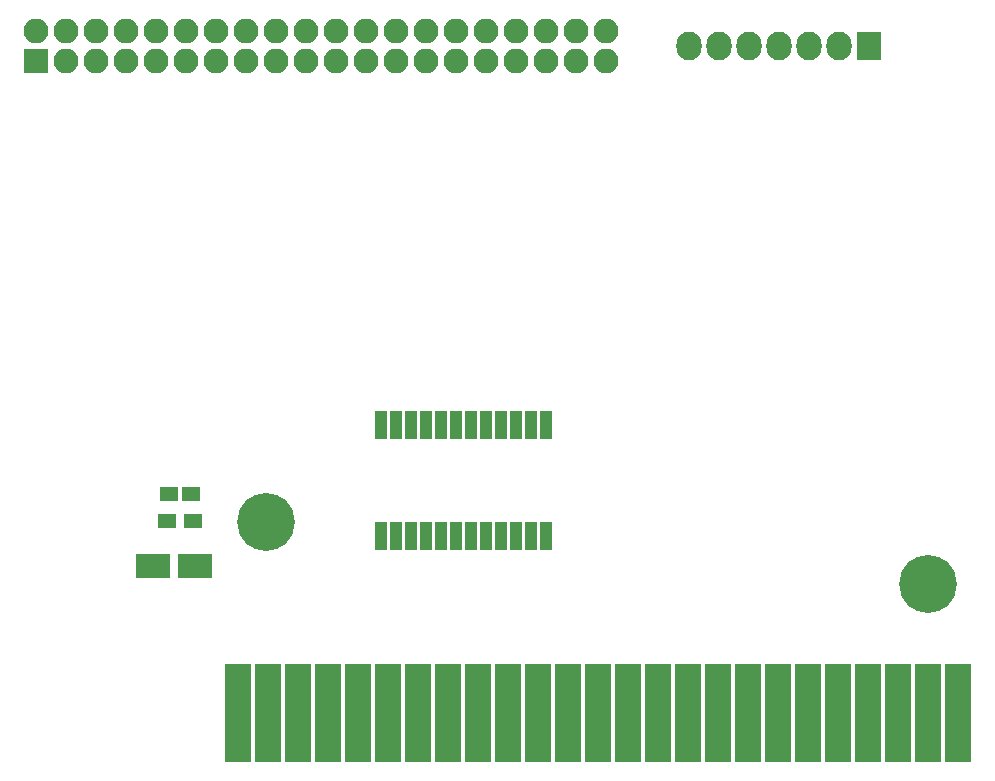
<source format=gbr>
G04 #@! TF.FileFunction,Soldermask,Bot*
%FSLAX46Y46*%
G04 Gerber Fmt 4.6, Leading zero omitted, Abs format (unit mm)*
G04 Created by KiCad (PCBNEW 4.0.7) date 09/11/18 07:06:58*
%MOMM*%
%LPD*%
G01*
G04 APERTURE LIST*
%ADD10C,0.100000*%
%ADD11R,1.600000X1.150000*%
%ADD12R,3.000000X2.000000*%
%ADD13R,1.600000X1.300000*%
%ADD14R,2.127200X2.432000*%
%ADD15O,2.127200X2.432000*%
%ADD16C,4.900000*%
%ADD17R,2.200000X8.400000*%
%ADD18R,1.000000X2.400000*%
%ADD19R,2.100000X2.100000*%
%ADD20O,2.100000X2.100000*%
G04 APERTURE END LIST*
D10*
D11*
X122997000Y-91313000D03*
X121097000Y-91313000D03*
D12*
X123339000Y-97409000D03*
X119739000Y-97409000D03*
D13*
X123147000Y-93599000D03*
X120947000Y-93599000D03*
D14*
X180340000Y-53340000D03*
D15*
X177800000Y-53340000D03*
X175260000Y-53340000D03*
X172720000Y-53340000D03*
X170180000Y-53340000D03*
X167640000Y-53340000D03*
X165100000Y-53340000D03*
D16*
X185333640Y-98897440D03*
D17*
X187949840Y-109827440D03*
X185409840Y-109827440D03*
X182869840Y-109827440D03*
X180329840Y-109827440D03*
X177789840Y-109827440D03*
X175249840Y-109827440D03*
X172709840Y-109827440D03*
X170169840Y-109827440D03*
X167629840Y-109827440D03*
X165089840Y-109827440D03*
X162549840Y-109827440D03*
X160009840Y-109827440D03*
X157469840Y-109827440D03*
X154929840Y-109827440D03*
X152389840Y-109827440D03*
X149849840Y-109827440D03*
X147309840Y-109827440D03*
X144769840Y-109827440D03*
X142229840Y-109827440D03*
X139689840Y-109827440D03*
X137149840Y-109827440D03*
X134609840Y-109827440D03*
X132069840Y-109827440D03*
X129529840Y-109827440D03*
X126989840Y-109827440D03*
D16*
X129334260Y-93695520D03*
D18*
X153035000Y-94870000D03*
X151765000Y-94870000D03*
X150495000Y-94870000D03*
X149225000Y-94870000D03*
X147955000Y-94870000D03*
X146685000Y-94870000D03*
X145415000Y-94870000D03*
X144145000Y-94870000D03*
X142875000Y-94870000D03*
X141605000Y-94870000D03*
X140335000Y-94870000D03*
X139065000Y-94870000D03*
X139065000Y-85470000D03*
X140335000Y-85470000D03*
X141605000Y-85470000D03*
X142875000Y-85470000D03*
X144145000Y-85470000D03*
X145415000Y-85470000D03*
X146685000Y-85470000D03*
X147955000Y-85470000D03*
X149225000Y-85470000D03*
X150495000Y-85470000D03*
X151765000Y-85470000D03*
X153035000Y-85470000D03*
D19*
X109855000Y-54610000D03*
D20*
X109855000Y-52070000D03*
X112395000Y-54610000D03*
X112395000Y-52070000D03*
X114935000Y-54610000D03*
X114935000Y-52070000D03*
X117475000Y-54610000D03*
X117475000Y-52070000D03*
X120015000Y-54610000D03*
X120015000Y-52070000D03*
X122555000Y-54610000D03*
X122555000Y-52070000D03*
X125095000Y-54610000D03*
X125095000Y-52070000D03*
X127635000Y-54610000D03*
X127635000Y-52070000D03*
X130175000Y-54610000D03*
X130175000Y-52070000D03*
X132715000Y-54610000D03*
X132715000Y-52070000D03*
X135255000Y-54610000D03*
X135255000Y-52070000D03*
X137795000Y-54610000D03*
X137795000Y-52070000D03*
X140335000Y-54610000D03*
X140335000Y-52070000D03*
X142875000Y-54610000D03*
X142875000Y-52070000D03*
X145415000Y-54610000D03*
X145415000Y-52070000D03*
X147955000Y-54610000D03*
X147955000Y-52070000D03*
X150495000Y-54610000D03*
X150495000Y-52070000D03*
X153035000Y-54610000D03*
X153035000Y-52070000D03*
X155575000Y-54610000D03*
X155575000Y-52070000D03*
X158115000Y-54610000D03*
X158115000Y-52070000D03*
M02*

</source>
